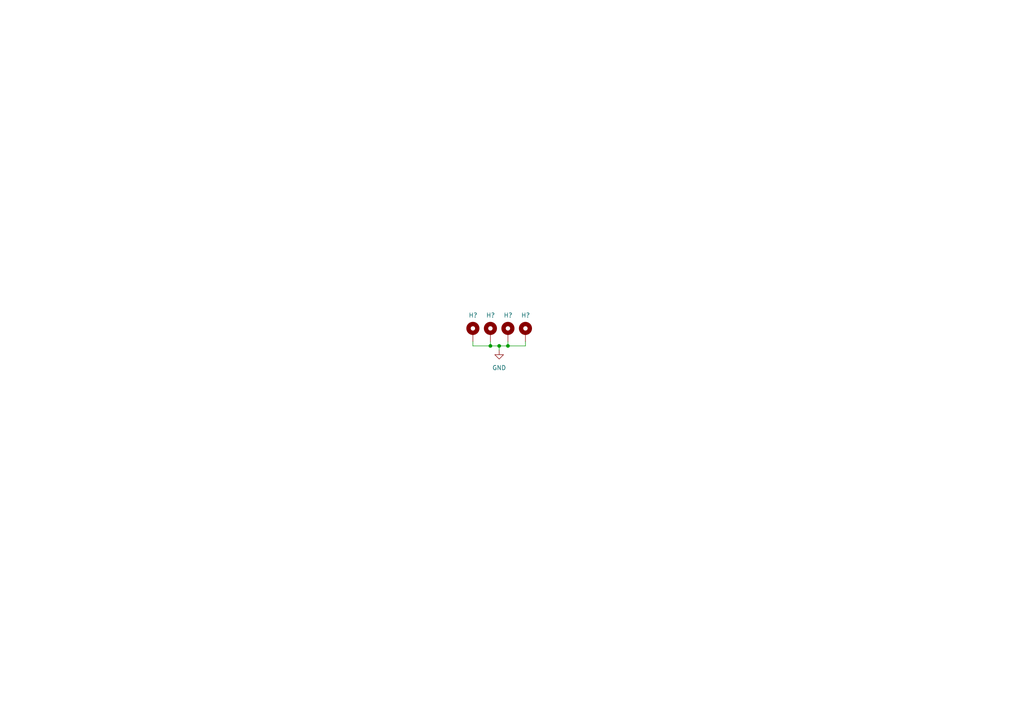
<source format=kicad_sch>
(kicad_sch (version 20230121) (generator eeschema)

  (uuid 7df67294-375f-4962-a9e6-21f8e23a5000)

  (paper "A4")

  (title_block
    (title "ChronoVolt_Control")
    (date "2023-10-08")
    (rev "0.3")
    (company "Final Resolution")
  )

  (lib_symbols
    (symbol "Mechanical:MountingHole_Pad" (pin_numbers hide) (pin_names (offset 1.016) hide) (in_bom yes) (on_board yes)
      (property "Reference" "H" (at 0 6.35 0)
        (effects (font (size 1.27 1.27)))
      )
      (property "Value" "MountingHole_Pad" (at 0 4.445 0)
        (effects (font (size 1.27 1.27)))
      )
      (property "Footprint" "" (at 0 0 0)
        (effects (font (size 1.27 1.27)) hide)
      )
      (property "Datasheet" "~" (at 0 0 0)
        (effects (font (size 1.27 1.27)) hide)
      )
      (property "ki_keywords" "mounting hole" (at 0 0 0)
        (effects (font (size 1.27 1.27)) hide)
      )
      (property "ki_description" "Mounting Hole with connection" (at 0 0 0)
        (effects (font (size 1.27 1.27)) hide)
      )
      (property "ki_fp_filters" "MountingHole*Pad*" (at 0 0 0)
        (effects (font (size 1.27 1.27)) hide)
      )
      (symbol "MountingHole_Pad_0_1"
        (circle (center 0 1.27) (radius 1.27)
          (stroke (width 1.27) (type default))
          (fill (type none))
        )
      )
      (symbol "MountingHole_Pad_1_1"
        (pin input line (at 0 -2.54 90) (length 2.54)
          (name "1" (effects (font (size 1.27 1.27))))
          (number "1" (effects (font (size 1.27 1.27))))
        )
      )
    )
    (symbol "power:GND" (power) (pin_names (offset 0)) (in_bom yes) (on_board yes)
      (property "Reference" "#PWR" (at 0 -6.35 0)
        (effects (font (size 1.27 1.27)) hide)
      )
      (property "Value" "GND" (at 0 -3.81 0)
        (effects (font (size 1.27 1.27)))
      )
      (property "Footprint" "" (at 0 0 0)
        (effects (font (size 1.27 1.27)) hide)
      )
      (property "Datasheet" "" (at 0 0 0)
        (effects (font (size 1.27 1.27)) hide)
      )
      (property "ki_keywords" "global power" (at 0 0 0)
        (effects (font (size 1.27 1.27)) hide)
      )
      (property "ki_description" "Power symbol creates a global label with name \"GND\" , ground" (at 0 0 0)
        (effects (font (size 1.27 1.27)) hide)
      )
      (symbol "GND_0_1"
        (polyline
          (pts
            (xy 0 0)
            (xy 0 -1.27)
            (xy 1.27 -1.27)
            (xy 0 -2.54)
            (xy -1.27 -1.27)
            (xy 0 -1.27)
          )
          (stroke (width 0) (type default))
          (fill (type none))
        )
      )
      (symbol "GND_1_1"
        (pin power_in line (at 0 0 270) (length 0) hide
          (name "GND" (effects (font (size 1.27 1.27))))
          (number "1" (effects (font (size 1.27 1.27))))
        )
      )
    )
  )

  (junction (at 144.78 100.33) (diameter 0) (color 0 0 0 0)
    (uuid 09b5624f-1f8d-4546-85d7-ba0a561c1d4f)
  )
  (junction (at 147.32 100.33) (diameter 0) (color 0 0 0 0)
    (uuid 2ccc0ed0-2df8-428d-ac27-2655ce8b053a)
  )
  (junction (at 142.24 100.33) (diameter 0) (color 0 0 0 0)
    (uuid bde54f68-4af7-42e1-bbe9-ef78bbc512cd)
  )

  (wire (pts (xy 144.78 100.33) (xy 144.78 101.6))
    (stroke (width 0) (type default))
    (uuid 15049d80-2632-4c46-8fb0-1019dec124b9)
  )
  (wire (pts (xy 147.32 99.06) (xy 147.32 100.33))
    (stroke (width 0) (type default))
    (uuid 48f8cf9a-e560-4077-94fa-94c667bc648a)
  )
  (wire (pts (xy 152.4 100.33) (xy 152.4 99.06))
    (stroke (width 0) (type default))
    (uuid 49642059-3069-44c8-8851-8babad0e5ced)
  )
  (wire (pts (xy 137.16 100.33) (xy 142.24 100.33))
    (stroke (width 0) (type default))
    (uuid 4f0fdf56-cffb-4eb4-a522-08c7b167df36)
  )
  (wire (pts (xy 147.32 100.33) (xy 152.4 100.33))
    (stroke (width 0) (type default))
    (uuid 62ed2697-a062-47f3-888c-46d7fa7c7c76)
  )
  (wire (pts (xy 144.78 100.33) (xy 147.32 100.33))
    (stroke (width 0) (type default))
    (uuid 662073e4-f8e5-4477-b848-07de59dbf18d)
  )
  (wire (pts (xy 142.24 99.06) (xy 142.24 100.33))
    (stroke (width 0) (type default))
    (uuid 7afcba47-f9ec-4b79-bfd7-55ce2eb23732)
  )
  (wire (pts (xy 142.24 100.33) (xy 144.78 100.33))
    (stroke (width 0) (type default))
    (uuid d725dbb0-179e-4007-b003-2436bff80820)
  )
  (wire (pts (xy 137.16 99.06) (xy 137.16 100.33))
    (stroke (width 0) (type default))
    (uuid f8eb5d07-326b-4d2d-962a-ffe0628085ef)
  )

  (symbol (lib_id "Mechanical:MountingHole_Pad") (at 147.32 96.52 0) (unit 1)
    (in_bom yes) (on_board yes) (dnp no)
    (uuid 1aa4aa6e-a724-44b4-b1d8-67c12b08ef46)
    (property "Reference" "H?" (at 146.05 91.44 0)
      (effects (font (size 1.27 1.27)) (justify left))
    )
    (property "Value" "MountingHole_Pad" (at 149.86 96.5199 0)
      (effects (font (size 1.27 1.27)) (justify left) hide)
    )
    (property "Footprint" "MountingHole:MountingHole_2.5mm_Pad_Via" (at 147.32 96.52 0)
      (effects (font (size 1.27 1.27)) hide)
    )
    (property "Datasheet" "~" (at 147.32 96.52 0)
      (effects (font (size 1.27 1.27)) hide)
    )
    (pin "1" (uuid eb59d981-b9d6-40ab-8846-319f433c4e4e))
    (instances
      (project "Final_MIX-EXP"
        (path "/57d1654d-9c25-44d8-bc57-77f170ab94a5/cfe78f4a-8f8b-4b8d-bdb3-6f8eb2c281a8"
          (reference "H?") (unit 1)
        )
      )
      (project "ChronoVolt_Control"
        (path "/cceb3d39-99f1-4cc7-aa1d-f414cbebc8ea/f8938d1a-b9d5-4ef3-9b50-940da7807462"
          (reference "H3") (unit 1)
        )
      )
    )
  )

  (symbol (lib_id "Mechanical:MountingHole_Pad") (at 152.4 96.52 0) (unit 1)
    (in_bom yes) (on_board yes) (dnp no)
    (uuid 2e9867df-4f9b-4479-8af9-2a8f52e084b1)
    (property "Reference" "H?" (at 151.13 91.44 0)
      (effects (font (size 1.27 1.27)) (justify left))
    )
    (property "Value" "MountingHole_Pad" (at 154.94 96.5199 0)
      (effects (font (size 1.27 1.27)) (justify left) hide)
    )
    (property "Footprint" "MountingHole:MountingHole_2.5mm_Pad_Via" (at 152.4 96.52 0)
      (effects (font (size 1.27 1.27)) hide)
    )
    (property "Datasheet" "~" (at 152.4 96.52 0)
      (effects (font (size 1.27 1.27)) hide)
    )
    (pin "1" (uuid 6fa84101-f908-4dc4-8157-d1a29dd8ded6))
    (instances
      (project "Final_MIX-EXP"
        (path "/57d1654d-9c25-44d8-bc57-77f170ab94a5/cfe78f4a-8f8b-4b8d-bdb3-6f8eb2c281a8"
          (reference "H?") (unit 1)
        )
      )
      (project "ChronoVolt_Control"
        (path "/cceb3d39-99f1-4cc7-aa1d-f414cbebc8ea/f8938d1a-b9d5-4ef3-9b50-940da7807462"
          (reference "H4") (unit 1)
        )
      )
    )
  )

  (symbol (lib_id "Mechanical:MountingHole_Pad") (at 142.24 96.52 0) (unit 1)
    (in_bom yes) (on_board yes) (dnp no)
    (uuid 5b83d009-daa6-4902-bab8-130cd3508671)
    (property "Reference" "H?" (at 140.97 91.44 0)
      (effects (font (size 1.27 1.27)) (justify left))
    )
    (property "Value" "MountingHole_Pad" (at 144.78 96.5199 0)
      (effects (font (size 1.27 1.27)) (justify left) hide)
    )
    (property "Footprint" "MountingHole:MountingHole_2.5mm_Pad_Via" (at 142.24 96.52 0)
      (effects (font (size 1.27 1.27)) hide)
    )
    (property "Datasheet" "~" (at 142.24 96.52 0)
      (effects (font (size 1.27 1.27)) hide)
    )
    (pin "1" (uuid 5554c2de-23c6-46bf-a13f-083b439981eb))
    (instances
      (project "Final_MIX-EXP"
        (path "/57d1654d-9c25-44d8-bc57-77f170ab94a5/cfe78f4a-8f8b-4b8d-bdb3-6f8eb2c281a8"
          (reference "H?") (unit 1)
        )
      )
      (project "ChronoVolt_Control"
        (path "/cceb3d39-99f1-4cc7-aa1d-f414cbebc8ea/f8938d1a-b9d5-4ef3-9b50-940da7807462"
          (reference "H2") (unit 1)
        )
      )
    )
  )

  (symbol (lib_id "Mechanical:MountingHole_Pad") (at 137.16 96.52 0) (unit 1)
    (in_bom yes) (on_board yes) (dnp no)
    (uuid 9b0380ac-1806-4355-b068-0c42dd61c5bb)
    (property "Reference" "H?" (at 135.89 91.44 0)
      (effects (font (size 1.27 1.27)) (justify left))
    )
    (property "Value" "MountingHole_Pad" (at 139.7 96.5199 0)
      (effects (font (size 1.27 1.27)) (justify left) hide)
    )
    (property "Footprint" "MountingHole:MountingHole_2.5mm_Pad_Via" (at 137.16 96.52 0)
      (effects (font (size 1.27 1.27)) hide)
    )
    (property "Datasheet" "~" (at 137.16 96.52 0)
      (effects (font (size 1.27 1.27)) hide)
    )
    (pin "1" (uuid 3af6f4bd-ae4c-40f3-81ad-3a2a94351b34))
    (instances
      (project "Final_MIX-EXP"
        (path "/57d1654d-9c25-44d8-bc57-77f170ab94a5/cfe78f4a-8f8b-4b8d-bdb3-6f8eb2c281a8"
          (reference "H?") (unit 1)
        )
      )
      (project "ChronoVolt_Control"
        (path "/cceb3d39-99f1-4cc7-aa1d-f414cbebc8ea/f8938d1a-b9d5-4ef3-9b50-940da7807462"
          (reference "H1") (unit 1)
        )
      )
    )
  )

  (symbol (lib_id "power:GND") (at 144.78 101.6 0) (unit 1)
    (in_bom yes) (on_board yes) (dnp no) (fields_autoplaced)
    (uuid d44c5051-8154-4963-9fed-5d89c44f69be)
    (property "Reference" "#PWR?" (at 144.78 107.95 0)
      (effects (font (size 1.27 1.27)) hide)
    )
    (property "Value" "GND" (at 144.78 106.68 0)
      (effects (font (size 1.27 1.27)))
    )
    (property "Footprint" "" (at 144.78 101.6 0)
      (effects (font (size 1.27 1.27)) hide)
    )
    (property "Datasheet" "" (at 144.78 101.6 0)
      (effects (font (size 1.27 1.27)) hide)
    )
    (pin "1" (uuid e21295c4-b93c-47a6-bba7-9910850b8919))
    (instances
      (project "Final_MIX-EXP"
        (path "/57d1654d-9c25-44d8-bc57-77f170ab94a5/cfe78f4a-8f8b-4b8d-bdb3-6f8eb2c281a8"
          (reference "#PWR?") (unit 1)
        )
      )
      (project "ChronoVolt_Control"
        (path "/cceb3d39-99f1-4cc7-aa1d-f414cbebc8ea/f8938d1a-b9d5-4ef3-9b50-940da7807462"
          (reference "#PWR085") (unit 1)
        )
      )
    )
  )
)

</source>
